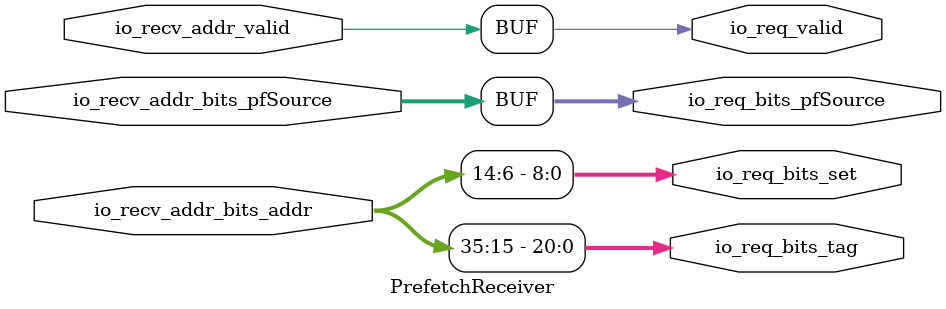
<source format=v>
`ifndef RANDOMIZE
  `ifdef RANDOMIZE_MEM_INIT
    `define RANDOMIZE
  `endif // RANDOMIZE_MEM_INIT
`endif // not def RANDOMIZE
`ifndef RANDOMIZE
  `ifdef RANDOMIZE_REG_INIT
    `define RANDOMIZE
  `endif // RANDOMIZE_REG_INIT
`endif // not def RANDOMIZE
`ifndef RANDOM
  `define RANDOM $random
`endif // not def RANDOM
// Users can define INIT_RANDOM as general code that gets injected into the
// initializer block for modules with registers.
`ifndef INIT_RANDOM
  `define INIT_RANDOM
`endif // not def INIT_RANDOM
// If using random initialization, you can also define RANDOMIZE_DELAY to
// customize the delay used, otherwise 0.002 is used.
`ifndef RANDOMIZE_DELAY
  `define RANDOMIZE_DELAY 0.002
`endif // not def RANDOMIZE_DELAY
// Define INIT_RANDOM_PROLOG_ for use in our modules below.
`ifndef INIT_RANDOM_PROLOG_
  `ifdef RANDOMIZE
    `ifdef VERILATOR
      `define INIT_RANDOM_PROLOG_ `INIT_RANDOM
    `else  // VERILATOR
      `define INIT_RANDOM_PROLOG_ `INIT_RANDOM #`RANDOMIZE_DELAY begin end
    `endif // VERILATOR
  `else  // RANDOMIZE
    `define INIT_RANDOM_PROLOG_
  `endif // RANDOMIZE
`endif // not def INIT_RANDOM_PROLOG_
// Include register initializers in init blocks unless synthesis is set
`ifndef SYNTHESIS
  `ifndef ENABLE_INITIAL_REG_
    `define ENABLE_INITIAL_REG_
  `endif // not def ENABLE_INITIAL_REG_
`endif // not def SYNTHESIS
// Include rmemory initializers in init blocks unless synthesis is set
`ifndef SYNTHESIS
  `ifndef ENABLE_INITIAL_MEM_
    `define ENABLE_INITIAL_MEM_
  `endif // not def ENABLE_INITIAL_MEM_
`endif // not def SYNTHESIS
module PrefetchReceiver(
  output        io_req_valid,
  output [20:0] io_req_bits_tag,
  output [8:0]  io_req_bits_set,
  output [3:0]  io_req_bits_pfSource,
  input         io_recv_addr_valid,
  input  [63:0] io_recv_addr_bits_addr,
  input  [3:0]  io_recv_addr_bits_pfSource
);

  assign io_req_valid = io_recv_addr_valid;
  assign io_req_bits_tag = io_recv_addr_bits_addr[35:15];
  assign io_req_bits_set = io_recv_addr_bits_addr[14:6];
  assign io_req_bits_pfSource = io_recv_addr_bits_pfSource;
endmodule


</source>
